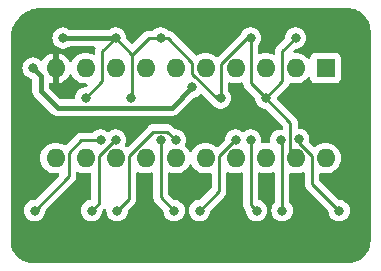
<source format=gbr>
%TF.GenerationSoftware,KiCad,Pcbnew,7.0.5*%
%TF.CreationDate,2024-08-16T02:05:39-04:00*%
%TF.ProjectId,74ls245_high_current_attempt_2,37346c73-3234-4355-9f68-6967685f6375,rev?*%
%TF.SameCoordinates,Original*%
%TF.FileFunction,Copper,L2,Bot*%
%TF.FilePolarity,Positive*%
%FSLAX46Y46*%
G04 Gerber Fmt 4.6, Leading zero omitted, Abs format (unit mm)*
G04 Created by KiCad (PCBNEW 7.0.5) date 2024-08-16 02:05:39*
%MOMM*%
%LPD*%
G01*
G04 APERTURE LIST*
%TA.AperFunction,ComponentPad*%
%ADD10R,1.600000X1.600000*%
%TD*%
%TA.AperFunction,ComponentPad*%
%ADD11O,1.600000X1.600000*%
%TD*%
%TA.AperFunction,ViaPad*%
%ADD12C,0.800000*%
%TD*%
%TA.AperFunction,Conductor*%
%ADD13C,0.400000*%
%TD*%
%TA.AperFunction,Conductor*%
%ADD14C,0.250000*%
%TD*%
G04 APERTURE END LIST*
D10*
%TO.P,U1,1,A->B*%
%TO.N,unconnected-(U1-A->B-Pad1)*%
X73660000Y-25400000D03*
D11*
%TO.P,U1,2,A0*%
%TO.N,/in_0*%
X71120000Y-25400000D03*
%TO.P,U1,3,A1*%
%TO.N,/in_1*%
X68580000Y-25400000D03*
%TO.P,U1,4,A2*%
%TO.N,/in_2*%
X66040000Y-25400000D03*
%TO.P,U1,5,A3*%
%TO.N,/in_3*%
X63500000Y-25400000D03*
%TO.P,U1,6,A4*%
%TO.N,/in_4*%
X60960000Y-25400000D03*
%TO.P,U1,7,A5*%
%TO.N,/in_5*%
X58420000Y-25400000D03*
%TO.P,U1,8,A6*%
%TO.N,/in_6*%
X55880000Y-25400000D03*
%TO.P,U1,9,A7*%
%TO.N,/in_7*%
X53340000Y-25400000D03*
%TO.P,U1,10,GND*%
%TO.N,GND*%
X50800000Y-25400000D03*
%TO.P,U1,11,B7*%
%TO.N,/out_7*%
X50800000Y-33020000D03*
%TO.P,U1,12,B6*%
%TO.N,/out_6*%
X53340000Y-33020000D03*
%TO.P,U1,13,B5*%
%TO.N,/out_5*%
X55880000Y-33020000D03*
%TO.P,U1,14,B4*%
%TO.N,/out_4*%
X58420000Y-33020000D03*
%TO.P,U1,15,B3*%
%TO.N,/out_3*%
X60960000Y-33020000D03*
%TO.P,U1,16,B2*%
%TO.N,/out_2*%
X63500000Y-33020000D03*
%TO.P,U1,17,B1*%
%TO.N,/out_1*%
X66040000Y-33020000D03*
%TO.P,U1,18,B0*%
%TO.N,/out_0*%
X68580000Y-33020000D03*
%TO.P,U1,19,CE*%
%TO.N,/BUFFER_OE*%
X71120000Y-33020000D03*
%TO.P,U1,20,VCC*%
%TO.N,+5V*%
X73660000Y-33020000D03*
%TD*%
D12*
%TO.N,Net-(D2-A)*%
X48895000Y-25400000D03*
%TO.N,/BUFFER_OE*%
X51435000Y-22860000D03*
%TO.N,Net-(D2-A)*%
X62392805Y-27012372D03*
%TO.N,/BUFFER_OE*%
X71120000Y-22860000D03*
X68580000Y-27940000D03*
X67310000Y-22860000D03*
X64770000Y-27940000D03*
X59690000Y-22860000D03*
X55880000Y-22860000D03*
X53340000Y-27940000D03*
X57150000Y-27940000D03*
%TO.N,Net-(Q1A-G)*%
X49022000Y-37465000D03*
%TO.N,Net-(Q1B-G)*%
X53848000Y-37465000D03*
%TO.N,Net-(Q4B-G)*%
X74803000Y-37465000D03*
%TO.N,Net-(Q4A-G)*%
X69977000Y-37465000D03*
%TO.N,Net-(Q3B-G)*%
X67818000Y-37465000D03*
%TO.N,Net-(Q3A-G)*%
X62992000Y-37465000D03*
%TO.N,Net-(Q2A-G)*%
X56007000Y-37465000D03*
%TO.N,Net-(Q2B-G)*%
X60833000Y-37465000D03*
%TO.N,Net-(Q4B-G)*%
X71394595Y-31420172D03*
%TO.N,Net-(Q4A-G)*%
X69850000Y-31519500D03*
%TO.N,Net-(Q3B-G)*%
X67310000Y-31496000D03*
%TO.N,Net-(Q3A-G)*%
X66040000Y-31496000D03*
%TO.N,Net-(Q2A-G)*%
X60960000Y-31496000D03*
%TO.N,Net-(Q2B-G)*%
X59690000Y-31496000D03*
%TO.N,Net-(Q1B-G)*%
X55880000Y-31496000D03*
%TO.N,Net-(Q1A-G)*%
X54610000Y-31496000D03*
%TD*%
D13*
%TO.N,Net-(D2-A)*%
X49530000Y-27305000D02*
X50965000Y-28740000D01*
X49530000Y-26035000D02*
X49530000Y-27305000D01*
X60665177Y-28740000D02*
X62392805Y-27012372D01*
X48895000Y-25400000D02*
X49530000Y-26035000D01*
X50965000Y-28740000D02*
X60665177Y-28740000D01*
%TO.N,/BUFFER_OE*%
X51435000Y-22860000D02*
X55880000Y-22860000D01*
D14*
X59690000Y-22860000D02*
X60300991Y-22860000D01*
X60300991Y-22860000D02*
X62375000Y-24934009D01*
X62375000Y-24934009D02*
X62375000Y-25865991D01*
X62375000Y-25865991D02*
X64449009Y-27940000D01*
X64449009Y-27940000D02*
X64770000Y-27940000D01*
X70669595Y-30029595D02*
X68580000Y-27940000D01*
X70669595Y-32569595D02*
X70669595Y-30029595D01*
X71120000Y-33020000D02*
X70669595Y-32569595D01*
%TO.N,Net-(Q4A-G)*%
X69850000Y-31519500D02*
X69977000Y-31646500D01*
X69977000Y-31646500D02*
X69977000Y-37465000D01*
%TO.N,Net-(Q4B-G)*%
X72517000Y-35179000D02*
X74803000Y-37465000D01*
X71394595Y-31703604D02*
X72517000Y-32826009D01*
X71394595Y-31420172D02*
X71394595Y-31703604D01*
X72517000Y-32826009D02*
X72517000Y-35179000D01*
%TO.N,/BUFFER_OE*%
X69995000Y-23985000D02*
X71120000Y-22860000D01*
X69995000Y-26525000D02*
X69995000Y-23985000D01*
X68580000Y-27940000D02*
X69995000Y-26525000D01*
X67310000Y-26670000D02*
X68580000Y-27940000D01*
X67310000Y-22860000D02*
X67310000Y-26670000D01*
X64770000Y-27940000D02*
X64770000Y-25079009D01*
X64770000Y-25079009D02*
X66989009Y-22860000D01*
X66989009Y-22860000D02*
X67310000Y-22860000D01*
X58710000Y-22860000D02*
X59690000Y-22860000D01*
X57295000Y-24275000D02*
X58710000Y-22860000D01*
X57295000Y-24275000D02*
X57295000Y-27795000D01*
X55880000Y-22860000D02*
X57295000Y-24275000D01*
X57295000Y-27795000D02*
X57150000Y-27940000D01*
X54755000Y-23985000D02*
X55880000Y-22860000D01*
X54755000Y-26525000D02*
X54755000Y-23985000D01*
X53340000Y-27940000D02*
X54755000Y-26525000D01*
%TO.N,Net-(Q1A-G)*%
X51925000Y-34562000D02*
X49022000Y-37465000D01*
X52983009Y-31496000D02*
X51925000Y-32554009D01*
X51925000Y-32554009D02*
X51925000Y-34562000D01*
X54610000Y-31496000D02*
X52983009Y-31496000D01*
%TO.N,Net-(Q1B-G)*%
X54465000Y-32844009D02*
X54465000Y-36848000D01*
X55813009Y-31496000D02*
X54465000Y-32844009D01*
X55880000Y-31496000D02*
X55813009Y-31496000D01*
X54465000Y-36848000D02*
X53848000Y-37465000D01*
%TO.N,Net-(Q2A-G)*%
X57023000Y-32826009D02*
X57023000Y-36449000D01*
X60235000Y-30771000D02*
X59078009Y-30771000D01*
X57023000Y-36449000D02*
X56007000Y-37465000D01*
X60960000Y-31496000D02*
X60235000Y-30771000D01*
X59078009Y-30771000D02*
X57023000Y-32826009D01*
%TO.N,Net-(Q2B-G)*%
X59690000Y-36322000D02*
X60833000Y-37465000D01*
X59690000Y-31496000D02*
X59690000Y-36322000D01*
%TO.N,Net-(Q3A-G)*%
X64643000Y-35814000D02*
X62992000Y-37465000D01*
X64643000Y-32826009D02*
X64643000Y-35814000D01*
X65973009Y-31496000D02*
X64643000Y-32826009D01*
X66040000Y-31496000D02*
X65973009Y-31496000D01*
%TO.N,Net-(Q3B-G)*%
X67310000Y-31496000D02*
X67310000Y-36957000D01*
X67310000Y-36957000D02*
X67818000Y-37465000D01*
%TD*%
%TA.AperFunction,Conductor*%
%TO.N,GND*%
G36*
X51050000Y-26678872D02*
G01*
X51246317Y-26626269D01*
X51246326Y-26626265D01*
X51452482Y-26530134D01*
X51638820Y-26399657D01*
X51799657Y-26238820D01*
X51930132Y-26052484D01*
X51957341Y-25994134D01*
X52003513Y-25941695D01*
X52070707Y-25922542D01*
X52137588Y-25942757D01*
X52182106Y-25994133D01*
X52209431Y-26052732D01*
X52209432Y-26052734D01*
X52339954Y-26239141D01*
X52500858Y-26400045D01*
X52500861Y-26400047D01*
X52687266Y-26530568D01*
X52893504Y-26626739D01*
X53113308Y-26685635D01*
X53275230Y-26699801D01*
X53339998Y-26705468D01*
X53339999Y-26705468D01*
X53339999Y-26705467D01*
X53340000Y-26705468D01*
X53384101Y-26701609D01*
X53452599Y-26715375D01*
X53502783Y-26763989D01*
X53518717Y-26832018D01*
X53495343Y-26897861D01*
X53482590Y-26912817D01*
X53392229Y-27003180D01*
X53330906Y-27036666D01*
X53304547Y-27039500D01*
X53245354Y-27039500D01*
X53212897Y-27046398D01*
X53060197Y-27078855D01*
X53060192Y-27078857D01*
X52887270Y-27155848D01*
X52887265Y-27155851D01*
X52734129Y-27267111D01*
X52607466Y-27407785D01*
X52512821Y-27571715D01*
X52512818Y-27571722D01*
X52464024Y-27721896D01*
X52454326Y-27751744D01*
X52436525Y-27921115D01*
X52435753Y-27928462D01*
X52409168Y-27993076D01*
X52351871Y-28033061D01*
X52312432Y-28039500D01*
X51306519Y-28039500D01*
X51239480Y-28019815D01*
X51218838Y-28003181D01*
X50266819Y-27051162D01*
X50233334Y-26989839D01*
X50230500Y-26963481D01*
X50230500Y-26754862D01*
X50250185Y-26687823D01*
X50302989Y-26642068D01*
X50372147Y-26632124D01*
X50386594Y-26635087D01*
X50549999Y-26678871D01*
X50550000Y-26678871D01*
X50550000Y-25715686D01*
X50561955Y-25727641D01*
X50674852Y-25785165D01*
X50768519Y-25800000D01*
X50831481Y-25800000D01*
X50925148Y-25785165D01*
X51038045Y-25727641D01*
X51049999Y-25715686D01*
X51050000Y-26678872D01*
G37*
%TD.AperFunction*%
%TA.AperFunction,Conductor*%
G36*
X75567019Y-20320633D02*
G01*
X75616017Y-20323843D01*
X75648706Y-20325986D01*
X75817489Y-20338058D01*
X75825112Y-20339085D01*
X75937215Y-20361384D01*
X76072945Y-20390910D01*
X76079675Y-20392778D01*
X76193010Y-20431250D01*
X76194691Y-20431849D01*
X76318792Y-20478136D01*
X76324520Y-20480610D01*
X76433961Y-20534581D01*
X76436192Y-20535739D01*
X76550397Y-20598100D01*
X76555126Y-20600963D01*
X76657504Y-20669369D01*
X76660167Y-20671255D01*
X76763527Y-20748629D01*
X76767217Y-20751620D01*
X76860116Y-20833090D01*
X76863062Y-20835849D01*
X76954148Y-20926935D01*
X76956905Y-20929878D01*
X77038374Y-21022777D01*
X77041375Y-21026478D01*
X77109918Y-21118041D01*
X77118730Y-21129812D01*
X77120648Y-21132522D01*
X77189035Y-21234872D01*
X77191901Y-21239606D01*
X77254241Y-21353772D01*
X77255431Y-21356064D01*
X77309383Y-21465467D01*
X77311870Y-21471226D01*
X77358145Y-21595297D01*
X77358764Y-21597034D01*
X77397217Y-21710314D01*
X77399092Y-21717069D01*
X77428617Y-21852794D01*
X77450909Y-21964860D01*
X77451944Y-21972541D01*
X77464022Y-22141436D01*
X77467017Y-22187112D01*
X77468283Y-22206439D01*
X77469367Y-22222964D01*
X77469500Y-22227021D01*
X77469500Y-40002978D01*
X77469367Y-40007035D01*
X77464022Y-40088562D01*
X77451944Y-40257457D01*
X77450909Y-40265138D01*
X77428617Y-40377204D01*
X77399092Y-40512929D01*
X77397217Y-40519684D01*
X77358764Y-40632964D01*
X77358145Y-40634701D01*
X77311870Y-40758772D01*
X77309383Y-40764531D01*
X77255431Y-40873934D01*
X77254241Y-40876226D01*
X77191901Y-40990392D01*
X77189035Y-40995126D01*
X77120648Y-41097476D01*
X77118730Y-41100186D01*
X77041383Y-41203510D01*
X77038362Y-41207236D01*
X76956908Y-41300116D01*
X76954134Y-41303078D01*
X76863078Y-41394134D01*
X76860116Y-41396908D01*
X76767236Y-41478362D01*
X76763510Y-41481383D01*
X76660186Y-41558730D01*
X76657476Y-41560648D01*
X76555126Y-41629035D01*
X76550392Y-41631901D01*
X76436226Y-41694241D01*
X76433934Y-41695431D01*
X76324531Y-41749383D01*
X76318772Y-41751870D01*
X76194701Y-41798145D01*
X76192964Y-41798764D01*
X76079684Y-41837217D01*
X76072929Y-41839092D01*
X75937204Y-41868617D01*
X75825138Y-41890909D01*
X75817457Y-41891944D01*
X75648562Y-41904022D01*
X75587343Y-41908035D01*
X75567023Y-41909367D01*
X75562978Y-41909500D01*
X48897022Y-41909500D01*
X48892975Y-41909367D01*
X48873676Y-41908102D01*
X48811436Y-41904022D01*
X48649939Y-41892473D01*
X48642539Y-41891943D01*
X48634860Y-41890909D01*
X48522794Y-41868617D01*
X48387069Y-41839092D01*
X48380314Y-41837217D01*
X48267034Y-41798764D01*
X48265297Y-41798145D01*
X48141226Y-41751870D01*
X48135467Y-41749383D01*
X48026064Y-41695431D01*
X48023772Y-41694241D01*
X47909606Y-41631901D01*
X47904872Y-41629035D01*
X47842784Y-41587550D01*
X47802510Y-41560639D01*
X47799812Y-41558730D01*
X47696478Y-41481375D01*
X47692777Y-41478374D01*
X47599878Y-41396905D01*
X47596935Y-41394148D01*
X47505849Y-41303062D01*
X47503090Y-41300116D01*
X47421620Y-41207217D01*
X47418629Y-41203527D01*
X47341255Y-41100167D01*
X47339369Y-41097504D01*
X47270963Y-40995126D01*
X47268097Y-40990392D01*
X47205739Y-40876192D01*
X47204581Y-40873961D01*
X47150610Y-40764520D01*
X47148136Y-40758792D01*
X47101849Y-40634691D01*
X47101250Y-40633010D01*
X47062778Y-40519675D01*
X47060910Y-40512945D01*
X47031382Y-40377204D01*
X47009085Y-40265112D01*
X47008058Y-40257489D01*
X46995981Y-40088632D01*
X46995976Y-40088562D01*
X46993962Y-40057826D01*
X46990633Y-40007018D01*
X46990500Y-40002963D01*
X46990500Y-25400000D01*
X47989540Y-25400000D01*
X48009326Y-25588256D01*
X48009327Y-25588259D01*
X48067818Y-25768277D01*
X48067821Y-25768284D01*
X48162467Y-25932216D01*
X48270982Y-26052734D01*
X48289129Y-26072888D01*
X48442265Y-26184148D01*
X48442270Y-26184151D01*
X48615192Y-26261142D01*
X48615193Y-26261142D01*
X48615197Y-26261144D01*
X48729436Y-26285426D01*
X48731280Y-26285818D01*
X48792762Y-26319010D01*
X48826539Y-26380173D01*
X48829500Y-26407108D01*
X48829500Y-27281951D01*
X48829387Y-27285696D01*
X48825642Y-27347603D01*
X48825642Y-27347605D01*
X48836821Y-27408612D01*
X48837384Y-27412313D01*
X48844859Y-27473870D01*
X48844860Y-27473874D01*
X48848451Y-27483343D01*
X48854474Y-27504946D01*
X48856304Y-27514930D01*
X48881759Y-27571490D01*
X48883189Y-27574941D01*
X48905182Y-27632930D01*
X48905183Y-27632931D01*
X48910936Y-27641266D01*
X48921961Y-27660813D01*
X48926120Y-27670055D01*
X48926124Y-27670060D01*
X48964371Y-27718878D01*
X48966591Y-27721896D01*
X49001812Y-27772924D01*
X49001816Y-27772928D01*
X49001817Y-27772929D01*
X49048250Y-27814064D01*
X49050941Y-27816598D01*
X50453399Y-29219056D01*
X50455935Y-29221750D01*
X50497071Y-29268183D01*
X50528431Y-29289829D01*
X50548110Y-29303413D01*
X50551127Y-29305633D01*
X50599938Y-29343874D01*
X50599943Y-29343877D01*
X50609174Y-29348031D01*
X50628727Y-29359059D01*
X50637070Y-29364818D01*
X50695044Y-29386804D01*
X50695057Y-29386809D01*
X50698508Y-29388238D01*
X50728093Y-29401553D01*
X50755063Y-29413692D01*
X50755064Y-29413692D01*
X50755068Y-29413694D01*
X50765030Y-29415519D01*
X50786651Y-29421546D01*
X50786667Y-29421552D01*
X50796128Y-29425140D01*
X50812871Y-29427173D01*
X50857689Y-29432615D01*
X50861386Y-29433177D01*
X50922394Y-29444357D01*
X50922395Y-29444356D01*
X50922396Y-29444357D01*
X50984292Y-29440613D01*
X50988036Y-29440500D01*
X60642129Y-29440500D01*
X60645874Y-29440613D01*
X60653219Y-29441057D01*
X60707783Y-29444358D01*
X60745491Y-29437447D01*
X60768798Y-29433177D01*
X60772502Y-29432613D01*
X60790347Y-29430446D01*
X60834049Y-29425140D01*
X60843512Y-29421550D01*
X60865138Y-29415522D01*
X60866070Y-29415351D01*
X60875109Y-29413695D01*
X60931689Y-29388229D01*
X60935119Y-29386809D01*
X60993107Y-29364818D01*
X61001443Y-29359062D01*
X61020998Y-29348034D01*
X61030234Y-29343878D01*
X61079073Y-29305613D01*
X61082053Y-29303421D01*
X61133106Y-29268183D01*
X61174242Y-29221748D01*
X61176776Y-29219056D01*
X62455780Y-27940053D01*
X62517101Y-27906570D01*
X62517167Y-27906555D01*
X62672608Y-27873516D01*
X62672612Y-27873514D01*
X62672613Y-27873514D01*
X62800408Y-27816615D01*
X62845535Y-27796523D01*
X62998676Y-27685260D01*
X63058595Y-27618712D01*
X63118079Y-27582066D01*
X63187936Y-27583395D01*
X63238424Y-27614005D01*
X63945097Y-28320678D01*
X63964803Y-28346359D01*
X64037465Y-28472214D01*
X64164129Y-28612888D01*
X64317265Y-28724148D01*
X64317270Y-28724151D01*
X64490192Y-28801142D01*
X64490197Y-28801144D01*
X64675354Y-28840500D01*
X64675355Y-28840500D01*
X64864644Y-28840500D01*
X64864646Y-28840500D01*
X65049803Y-28801144D01*
X65222730Y-28724151D01*
X65375871Y-28612888D01*
X65502533Y-28472216D01*
X65597179Y-28308284D01*
X65655674Y-28128256D01*
X65675460Y-27940000D01*
X65655674Y-27751744D01*
X65597179Y-27571716D01*
X65502533Y-27407784D01*
X65427348Y-27324283D01*
X65397119Y-27261293D01*
X65395500Y-27241324D01*
X65395499Y-26729047D01*
X65415185Y-26662008D01*
X65467989Y-26616254D01*
X65537147Y-26606310D01*
X65571905Y-26616667D01*
X65593504Y-26626739D01*
X65813308Y-26685635D01*
X65975230Y-26699801D01*
X66039998Y-26705468D01*
X66040000Y-26705468D01*
X66040002Y-26705468D01*
X66096807Y-26700498D01*
X66266692Y-26685635D01*
X66486496Y-26626739D01*
X66509515Y-26616004D01*
X66578590Y-26605513D01*
X66642375Y-26634032D01*
X66680615Y-26692508D01*
X66684950Y-26712911D01*
X66685372Y-26716271D01*
X66685826Y-26722063D01*
X66687290Y-26768624D01*
X66687291Y-26768627D01*
X66692880Y-26787867D01*
X66696824Y-26806911D01*
X66699336Y-26826792D01*
X66716235Y-26869474D01*
X66716490Y-26870119D01*
X66718382Y-26875647D01*
X66729181Y-26912817D01*
X66731382Y-26920390D01*
X66739431Y-26934001D01*
X66741580Y-26937634D01*
X66750138Y-26955103D01*
X66757514Y-26973732D01*
X66784898Y-27011423D01*
X66788106Y-27016307D01*
X66811827Y-27056416D01*
X66811833Y-27056424D01*
X66825990Y-27070580D01*
X66838628Y-27085376D01*
X66850405Y-27101586D01*
X66850406Y-27101587D01*
X66886309Y-27131288D01*
X66890620Y-27135210D01*
X67474287Y-27718878D01*
X67641038Y-27885629D01*
X67674523Y-27946952D01*
X67676678Y-27960348D01*
X67680118Y-27993076D01*
X67694326Y-28128256D01*
X67694327Y-28128259D01*
X67752818Y-28308277D01*
X67752821Y-28308284D01*
X67847467Y-28472216D01*
X67974129Y-28612887D01*
X67974129Y-28612888D01*
X68127265Y-28724148D01*
X68127270Y-28724151D01*
X68300192Y-28801142D01*
X68300197Y-28801144D01*
X68485354Y-28840500D01*
X68544548Y-28840500D01*
X68611587Y-28860185D01*
X68632229Y-28876819D01*
X70007776Y-30252366D01*
X70041261Y-30313689D01*
X70044095Y-30340047D01*
X70044095Y-30495000D01*
X70024410Y-30562039D01*
X69971606Y-30607794D01*
X69920095Y-30619000D01*
X69755354Y-30619000D01*
X69722897Y-30625898D01*
X69570197Y-30658355D01*
X69570192Y-30658357D01*
X69397270Y-30735348D01*
X69397265Y-30735351D01*
X69244129Y-30846611D01*
X69117466Y-30987285D01*
X69022821Y-31151215D01*
X69022818Y-31151222D01*
X68964327Y-31331240D01*
X68964326Y-31331244D01*
X68947010Y-31495999D01*
X68944540Y-31519500D01*
X68952952Y-31599536D01*
X68940382Y-31668266D01*
X68892650Y-31719289D01*
X68824910Y-31736407D01*
X68808100Y-31734613D01*
X68806695Y-31734365D01*
X68580002Y-31714532D01*
X68579998Y-31714532D01*
X68353301Y-31734365D01*
X68349373Y-31735058D01*
X68279934Y-31727307D01*
X68225709Y-31683246D01*
X68203914Y-31616862D01*
X68204530Y-31599988D01*
X68215460Y-31496000D01*
X68195674Y-31307744D01*
X68137179Y-31127716D01*
X68042533Y-30963784D01*
X67915871Y-30823112D01*
X67915870Y-30823111D01*
X67762734Y-30711851D01*
X67762729Y-30711848D01*
X67589807Y-30634857D01*
X67589802Y-30634855D01*
X67444001Y-30603865D01*
X67404646Y-30595500D01*
X67215354Y-30595500D01*
X67182897Y-30602398D01*
X67030197Y-30634855D01*
X67030192Y-30634857D01*
X66857270Y-30711848D01*
X66857265Y-30711851D01*
X66747885Y-30791321D01*
X66682079Y-30814801D01*
X66614025Y-30798975D01*
X66602115Y-30791321D01*
X66492734Y-30711851D01*
X66492729Y-30711848D01*
X66319807Y-30634857D01*
X66319802Y-30634855D01*
X66174001Y-30603865D01*
X66134646Y-30595500D01*
X65945354Y-30595500D01*
X65912897Y-30602398D01*
X65760197Y-30634855D01*
X65760192Y-30634857D01*
X65587270Y-30711848D01*
X65587265Y-30711851D01*
X65434129Y-30823111D01*
X65307466Y-30963785D01*
X65212821Y-31127715D01*
X65212818Y-31127722D01*
X65154327Y-31307739D01*
X65154327Y-31307740D01*
X65154326Y-31307744D01*
X65151856Y-31331244D01*
X65144546Y-31400792D01*
X65117961Y-31465406D01*
X65108906Y-31475510D01*
X64539483Y-32044934D01*
X64478160Y-32078419D01*
X64408469Y-32073435D01*
X64364121Y-32044934D01*
X64339141Y-32019954D01*
X64152734Y-31889432D01*
X64152732Y-31889431D01*
X63946497Y-31793261D01*
X63946488Y-31793258D01*
X63726697Y-31734366D01*
X63726693Y-31734365D01*
X63726692Y-31734365D01*
X63726691Y-31734364D01*
X63726686Y-31734364D01*
X63500002Y-31714532D01*
X63499998Y-31714532D01*
X63273313Y-31734364D01*
X63273302Y-31734366D01*
X63053511Y-31793258D01*
X63053502Y-31793261D01*
X62847267Y-31889431D01*
X62847265Y-31889432D01*
X62660858Y-32019954D01*
X62499954Y-32180858D01*
X62369432Y-32367265D01*
X62369431Y-32367267D01*
X62342382Y-32425275D01*
X62296209Y-32477714D01*
X62229016Y-32496866D01*
X62162135Y-32476650D01*
X62117618Y-32425275D01*
X62090568Y-32367267D01*
X62090567Y-32367265D01*
X61960045Y-32180858D01*
X61801858Y-32022671D01*
X61768373Y-31961348D01*
X61773357Y-31891656D01*
X61782153Y-31872989D01*
X61787179Y-31864284D01*
X61845674Y-31684256D01*
X61865460Y-31496000D01*
X61845674Y-31307744D01*
X61787179Y-31127716D01*
X61692533Y-30963784D01*
X61565871Y-30823112D01*
X61565870Y-30823111D01*
X61412734Y-30711851D01*
X61412729Y-30711848D01*
X61239807Y-30634857D01*
X61239802Y-30634855D01*
X61094001Y-30603865D01*
X61054646Y-30595500D01*
X61054645Y-30595500D01*
X60995453Y-30595500D01*
X60928414Y-30575815D01*
X60907772Y-30559181D01*
X60735803Y-30387212D01*
X60725980Y-30374950D01*
X60725759Y-30375134D01*
X60720786Y-30369122D01*
X60671066Y-30322432D01*
X60669666Y-30321075D01*
X60649476Y-30300884D01*
X60643986Y-30296625D01*
X60639561Y-30292847D01*
X60605582Y-30260938D01*
X60605580Y-30260936D01*
X60605577Y-30260935D01*
X60588029Y-30251288D01*
X60571763Y-30240604D01*
X60555933Y-30228325D01*
X60513168Y-30209818D01*
X60507922Y-30207248D01*
X60467093Y-30184803D01*
X60467092Y-30184802D01*
X60447693Y-30179822D01*
X60429281Y-30173518D01*
X60410898Y-30165562D01*
X60410892Y-30165560D01*
X60364874Y-30158272D01*
X60359152Y-30157087D01*
X60314021Y-30145500D01*
X60314019Y-30145500D01*
X60293984Y-30145500D01*
X60274586Y-30143973D01*
X60267162Y-30142797D01*
X60254805Y-30140840D01*
X60254804Y-30140840D01*
X60208416Y-30145225D01*
X60202578Y-30145500D01*
X59160752Y-30145500D01*
X59145131Y-30143775D01*
X59145104Y-30144061D01*
X59137342Y-30143326D01*
X59069149Y-30145469D01*
X59067202Y-30145500D01*
X59038658Y-30145500D01*
X59031787Y-30146367D01*
X59025968Y-30146825D01*
X58979383Y-30148289D01*
X58979377Y-30148290D01*
X58960135Y-30153880D01*
X58941096Y-30157823D01*
X58921226Y-30160334D01*
X58921212Y-30160337D01*
X58877892Y-30177488D01*
X58872367Y-30179380D01*
X58827622Y-30192380D01*
X58827619Y-30192381D01*
X58810375Y-30202579D01*
X58792914Y-30211133D01*
X58774283Y-30218510D01*
X58774271Y-30218517D01*
X58736579Y-30245902D01*
X58731696Y-30249109D01*
X58691589Y-30272829D01*
X58677423Y-30286995D01*
X58662633Y-30299627D01*
X58646423Y-30311404D01*
X58646420Y-30311407D01*
X58616719Y-30347309D01*
X58612786Y-30351631D01*
X56919483Y-32044934D01*
X56858160Y-32078419D01*
X56788468Y-32073435D01*
X56744121Y-32044934D01*
X56721858Y-32022671D01*
X56688373Y-31961348D01*
X56693357Y-31891656D01*
X56702153Y-31872989D01*
X56707179Y-31864284D01*
X56765674Y-31684256D01*
X56785460Y-31496000D01*
X56765674Y-31307744D01*
X56707179Y-31127716D01*
X56612533Y-30963784D01*
X56485871Y-30823112D01*
X56485870Y-30823111D01*
X56332734Y-30711851D01*
X56332729Y-30711848D01*
X56159807Y-30634857D01*
X56159802Y-30634855D01*
X56014000Y-30603865D01*
X55974646Y-30595500D01*
X55785354Y-30595500D01*
X55752897Y-30602398D01*
X55600197Y-30634855D01*
X55600192Y-30634857D01*
X55427270Y-30711848D01*
X55427265Y-30711851D01*
X55317885Y-30791321D01*
X55252079Y-30814801D01*
X55184025Y-30798975D01*
X55172115Y-30791321D01*
X55062734Y-30711851D01*
X55062729Y-30711848D01*
X54889807Y-30634857D01*
X54889802Y-30634855D01*
X54744000Y-30603865D01*
X54704646Y-30595500D01*
X54515354Y-30595500D01*
X54482897Y-30602398D01*
X54330197Y-30634855D01*
X54330192Y-30634857D01*
X54157270Y-30711848D01*
X54157265Y-30711851D01*
X54004130Y-30823110D01*
X54004126Y-30823114D01*
X53998400Y-30829474D01*
X53938913Y-30866121D01*
X53906252Y-30870500D01*
X53065752Y-30870500D01*
X53050131Y-30868775D01*
X53050104Y-30869061D01*
X53042342Y-30868326D01*
X52974149Y-30870469D01*
X52972202Y-30870500D01*
X52943658Y-30870500D01*
X52936787Y-30871367D01*
X52930968Y-30871825D01*
X52884383Y-30873289D01*
X52884377Y-30873290D01*
X52865135Y-30878880D01*
X52846096Y-30882823D01*
X52826226Y-30885334D01*
X52826212Y-30885337D01*
X52782892Y-30902488D01*
X52777367Y-30904380D01*
X52732622Y-30917380D01*
X52732619Y-30917381D01*
X52715375Y-30927579D01*
X52697914Y-30936133D01*
X52679283Y-30943510D01*
X52679271Y-30943517D01*
X52641579Y-30970902D01*
X52636696Y-30974109D01*
X52596589Y-30997829D01*
X52582423Y-31011995D01*
X52567633Y-31024627D01*
X52551423Y-31036404D01*
X52551420Y-31036407D01*
X52521719Y-31072309D01*
X52517786Y-31076631D01*
X51674672Y-31919745D01*
X51613349Y-31953230D01*
X51543657Y-31948246D01*
X51515870Y-31933640D01*
X51452734Y-31889432D01*
X51398809Y-31864286D01*
X51246497Y-31793261D01*
X51246488Y-31793258D01*
X51026697Y-31734366D01*
X51026693Y-31734365D01*
X51026692Y-31734365D01*
X51026691Y-31734364D01*
X51026686Y-31734364D01*
X50800002Y-31714532D01*
X50799998Y-31714532D01*
X50573313Y-31734364D01*
X50573302Y-31734366D01*
X50353511Y-31793258D01*
X50353502Y-31793261D01*
X50147267Y-31889431D01*
X50147265Y-31889432D01*
X49960858Y-32019954D01*
X49799954Y-32180858D01*
X49669432Y-32367265D01*
X49669431Y-32367267D01*
X49573261Y-32573502D01*
X49573258Y-32573511D01*
X49514366Y-32793302D01*
X49514364Y-32793313D01*
X49494532Y-33019998D01*
X49494532Y-33020001D01*
X49514364Y-33246686D01*
X49514366Y-33246697D01*
X49573258Y-33466488D01*
X49573261Y-33466497D01*
X49669431Y-33672732D01*
X49669432Y-33672734D01*
X49799954Y-33859141D01*
X49960858Y-34020045D01*
X49960861Y-34020047D01*
X50147266Y-34150568D01*
X50353504Y-34246739D01*
X50573308Y-34305635D01*
X50735230Y-34319801D01*
X50799998Y-34325468D01*
X50800000Y-34325468D01*
X50800001Y-34325468D01*
X50838955Y-34322059D01*
X50983278Y-34309433D01*
X51051777Y-34323200D01*
X51101960Y-34371815D01*
X51117894Y-34439843D01*
X51094519Y-34505687D01*
X51081766Y-34520642D01*
X49074228Y-36528181D01*
X49012905Y-36561666D01*
X48986547Y-36564500D01*
X48927354Y-36564500D01*
X48894897Y-36571398D01*
X48742197Y-36603855D01*
X48742192Y-36603857D01*
X48569270Y-36680848D01*
X48569265Y-36680851D01*
X48416129Y-36792111D01*
X48289466Y-36932785D01*
X48194821Y-37096715D01*
X48194818Y-37096722D01*
X48136327Y-37276740D01*
X48136326Y-37276744D01*
X48116540Y-37465000D01*
X48136326Y-37653256D01*
X48136327Y-37653259D01*
X48194818Y-37833277D01*
X48194821Y-37833284D01*
X48289467Y-37997216D01*
X48416128Y-38137888D01*
X48416129Y-38137888D01*
X48569265Y-38249148D01*
X48569270Y-38249151D01*
X48742192Y-38326142D01*
X48742197Y-38326144D01*
X48927354Y-38365500D01*
X48927355Y-38365500D01*
X49116644Y-38365500D01*
X49116646Y-38365500D01*
X49301803Y-38326144D01*
X49474730Y-38249151D01*
X49627871Y-38137888D01*
X49754533Y-37997216D01*
X49849179Y-37833284D01*
X49907674Y-37653256D01*
X49925321Y-37485344D01*
X49951904Y-37420734D01*
X49960951Y-37410638D01*
X52308788Y-35062801D01*
X52321042Y-35052986D01*
X52320859Y-35052764D01*
X52326868Y-35047791D01*
X52326877Y-35047786D01*
X52373607Y-34998022D01*
X52374846Y-34996743D01*
X52395120Y-34976471D01*
X52399379Y-34970978D01*
X52403152Y-34966561D01*
X52435062Y-34932582D01*
X52444715Y-34915020D01*
X52455389Y-34898770D01*
X52467673Y-34882936D01*
X52486180Y-34840167D01*
X52488749Y-34834924D01*
X52511196Y-34794093D01*
X52511197Y-34794092D01*
X52516177Y-34774691D01*
X52522478Y-34756288D01*
X52530438Y-34737896D01*
X52537730Y-34691849D01*
X52538911Y-34686152D01*
X52550500Y-34641019D01*
X52550500Y-34620982D01*
X52552027Y-34601582D01*
X52555160Y-34581804D01*
X52550775Y-34535415D01*
X52550500Y-34529577D01*
X52550500Y-34281434D01*
X52570185Y-34214395D01*
X52622989Y-34168640D01*
X52692147Y-34158696D01*
X52726904Y-34169051D01*
X52893504Y-34246739D01*
X53113308Y-34305635D01*
X53275230Y-34319801D01*
X53339998Y-34325468D01*
X53340000Y-34325468D01*
X53340002Y-34325468D01*
X53396673Y-34320509D01*
X53566692Y-34305635D01*
X53683408Y-34274361D01*
X53753256Y-34276024D01*
X53811119Y-34315186D01*
X53838623Y-34379415D01*
X53839500Y-34394136D01*
X53839500Y-36445776D01*
X53819815Y-36512815D01*
X53767011Y-36558570D01*
X53741281Y-36567066D01*
X53568197Y-36603855D01*
X53568192Y-36603857D01*
X53395270Y-36680848D01*
X53395265Y-36680851D01*
X53242129Y-36792111D01*
X53115466Y-36932785D01*
X53020821Y-37096715D01*
X53020818Y-37096722D01*
X52962327Y-37276740D01*
X52962326Y-37276744D01*
X52942540Y-37465000D01*
X52962326Y-37653256D01*
X52962327Y-37653259D01*
X53020818Y-37833277D01*
X53020821Y-37833284D01*
X53115467Y-37997216D01*
X53242128Y-38137888D01*
X53242129Y-38137888D01*
X53395265Y-38249148D01*
X53395270Y-38249151D01*
X53568192Y-38326142D01*
X53568197Y-38326144D01*
X53753354Y-38365500D01*
X53753355Y-38365500D01*
X53942644Y-38365500D01*
X53942646Y-38365500D01*
X54127803Y-38326144D01*
X54300730Y-38249151D01*
X54453871Y-38137888D01*
X54580533Y-37997216D01*
X54675179Y-37833284D01*
X54733674Y-37653256D01*
X54751321Y-37485345D01*
X54777905Y-37420732D01*
X54786952Y-37410636D01*
X54848786Y-37348802D01*
X54861048Y-37338980D01*
X54860865Y-37338759D01*
X54866871Y-37333789D01*
X54866877Y-37333786D01*
X54894416Y-37304458D01*
X54954653Y-37269065D01*
X55024467Y-37271855D01*
X55081689Y-37311947D01*
X55108153Y-37376611D01*
X55108129Y-37402302D01*
X55106192Y-37420734D01*
X55101540Y-37465000D01*
X55121326Y-37653256D01*
X55121327Y-37653259D01*
X55179818Y-37833277D01*
X55179821Y-37833284D01*
X55274467Y-37997216D01*
X55401129Y-38137888D01*
X55554265Y-38249148D01*
X55554270Y-38249151D01*
X55727192Y-38326142D01*
X55727197Y-38326144D01*
X55912354Y-38365500D01*
X55912355Y-38365500D01*
X56101644Y-38365500D01*
X56101646Y-38365500D01*
X56286803Y-38326144D01*
X56459730Y-38249151D01*
X56612871Y-38137888D01*
X56739533Y-37997216D01*
X56834179Y-37833284D01*
X56892674Y-37653256D01*
X56910321Y-37485344D01*
X56936904Y-37420734D01*
X56945951Y-37410638D01*
X57406788Y-36949801D01*
X57419042Y-36939986D01*
X57418859Y-36939764D01*
X57424868Y-36934791D01*
X57424877Y-36934786D01*
X57471607Y-36885022D01*
X57472846Y-36883743D01*
X57493120Y-36863471D01*
X57497379Y-36857978D01*
X57501152Y-36853561D01*
X57533062Y-36819582D01*
X57542715Y-36802020D01*
X57553389Y-36785770D01*
X57565673Y-36769936D01*
X57584180Y-36727167D01*
X57586749Y-36721924D01*
X57609196Y-36681093D01*
X57609197Y-36681092D01*
X57614177Y-36661691D01*
X57620478Y-36643288D01*
X57628438Y-36624896D01*
X57635730Y-36578849D01*
X57636911Y-36573152D01*
X57637107Y-36572390D01*
X57648500Y-36528019D01*
X57648500Y-36507982D01*
X57650027Y-36488582D01*
X57653160Y-36468803D01*
X57653160Y-36468800D01*
X57650983Y-36445776D01*
X57648772Y-36422394D01*
X57648499Y-36416599D01*
X57648499Y-34289826D01*
X57668184Y-34222788D01*
X57720988Y-34177033D01*
X57790146Y-34167089D01*
X57824902Y-34177444D01*
X57973504Y-34246739D01*
X58193308Y-34305635D01*
X58355230Y-34319801D01*
X58419998Y-34325468D01*
X58420000Y-34325468D01*
X58420002Y-34325468D01*
X58476673Y-34320509D01*
X58646692Y-34305635D01*
X58866496Y-34246739D01*
X58888093Y-34236667D01*
X58957169Y-34226173D01*
X59020954Y-34254691D01*
X59059195Y-34313167D01*
X59064500Y-34349048D01*
X59064500Y-36239255D01*
X59062775Y-36254872D01*
X59063061Y-36254899D01*
X59062326Y-36262666D01*
X59064469Y-36330846D01*
X59064500Y-36332793D01*
X59064500Y-36361343D01*
X59064501Y-36361360D01*
X59065368Y-36368231D01*
X59065826Y-36374050D01*
X59067290Y-36420624D01*
X59067291Y-36420627D01*
X59072880Y-36439867D01*
X59076824Y-36458911D01*
X59079336Y-36478792D01*
X59090893Y-36507983D01*
X59096490Y-36522119D01*
X59098382Y-36527647D01*
X59111381Y-36572388D01*
X59121580Y-36589634D01*
X59130138Y-36607103D01*
X59137514Y-36625732D01*
X59164898Y-36663423D01*
X59168106Y-36668307D01*
X59191827Y-36708416D01*
X59191833Y-36708424D01*
X59205990Y-36722580D01*
X59218628Y-36737376D01*
X59230405Y-36753586D01*
X59230406Y-36753587D01*
X59266309Y-36783288D01*
X59270620Y-36787210D01*
X59744141Y-37260732D01*
X59894038Y-37410629D01*
X59927523Y-37471952D01*
X59929678Y-37485348D01*
X59929950Y-37487932D01*
X59947326Y-37653256D01*
X59947327Y-37653259D01*
X60005818Y-37833277D01*
X60005821Y-37833284D01*
X60100467Y-37997216D01*
X60227129Y-38137888D01*
X60380265Y-38249148D01*
X60380270Y-38249151D01*
X60553192Y-38326142D01*
X60553197Y-38326144D01*
X60738354Y-38365500D01*
X60738355Y-38365500D01*
X60927644Y-38365500D01*
X60927646Y-38365500D01*
X61112803Y-38326144D01*
X61285730Y-38249151D01*
X61438871Y-38137888D01*
X61565533Y-37997216D01*
X61660179Y-37833284D01*
X61718674Y-37653256D01*
X61738460Y-37465000D01*
X61718674Y-37276744D01*
X61660179Y-37096716D01*
X61565533Y-36932784D01*
X61438871Y-36792112D01*
X61438870Y-36792111D01*
X61285734Y-36680851D01*
X61285729Y-36680848D01*
X61112807Y-36603857D01*
X61112802Y-36603855D01*
X60964756Y-36572388D01*
X60927646Y-36564500D01*
X60927645Y-36564500D01*
X60868452Y-36564500D01*
X60801413Y-36544815D01*
X60780771Y-36528181D01*
X60351819Y-36099228D01*
X60318334Y-36037905D01*
X60315500Y-36011547D01*
X60315500Y-34349048D01*
X60335185Y-34282009D01*
X60387989Y-34236254D01*
X60457147Y-34226310D01*
X60491905Y-34236667D01*
X60513504Y-34246739D01*
X60733308Y-34305635D01*
X60895230Y-34319801D01*
X60959998Y-34325468D01*
X60960000Y-34325468D01*
X60960002Y-34325468D01*
X61016673Y-34320509D01*
X61186692Y-34305635D01*
X61406496Y-34246739D01*
X61612734Y-34150568D01*
X61799139Y-34020047D01*
X61960047Y-33859139D01*
X62090568Y-33672734D01*
X62117618Y-33614724D01*
X62163790Y-33562285D01*
X62230983Y-33543133D01*
X62297865Y-33563348D01*
X62342382Y-33614725D01*
X62369429Y-33672728D01*
X62369432Y-33672734D01*
X62499954Y-33859141D01*
X62660858Y-34020045D01*
X62660861Y-34020047D01*
X62847266Y-34150568D01*
X63053504Y-34246739D01*
X63273308Y-34305635D01*
X63435230Y-34319801D01*
X63499998Y-34325468D01*
X63500000Y-34325468D01*
X63500002Y-34325468D01*
X63556673Y-34320509D01*
X63726692Y-34305635D01*
X63861408Y-34269538D01*
X63931256Y-34271201D01*
X63989119Y-34310363D01*
X64016623Y-34374592D01*
X64017500Y-34389313D01*
X64017500Y-35503547D01*
X63997815Y-35570586D01*
X63981181Y-35591228D01*
X63044228Y-36528181D01*
X62982905Y-36561666D01*
X62956547Y-36564500D01*
X62897354Y-36564500D01*
X62864897Y-36571398D01*
X62712197Y-36603855D01*
X62712192Y-36603857D01*
X62539270Y-36680848D01*
X62539265Y-36680851D01*
X62386129Y-36792111D01*
X62259466Y-36932785D01*
X62164821Y-37096715D01*
X62164818Y-37096722D01*
X62106327Y-37276740D01*
X62106326Y-37276744D01*
X62086540Y-37465000D01*
X62106326Y-37653256D01*
X62106327Y-37653259D01*
X62164818Y-37833277D01*
X62164821Y-37833284D01*
X62259467Y-37997216D01*
X62386128Y-38137888D01*
X62386129Y-38137888D01*
X62539265Y-38249148D01*
X62539270Y-38249151D01*
X62712192Y-38326142D01*
X62712197Y-38326144D01*
X62897354Y-38365500D01*
X62897355Y-38365500D01*
X63086644Y-38365500D01*
X63086646Y-38365500D01*
X63271803Y-38326144D01*
X63444730Y-38249151D01*
X63597871Y-38137888D01*
X63724533Y-37997216D01*
X63819179Y-37833284D01*
X63877674Y-37653256D01*
X63895321Y-37485345D01*
X63921905Y-37420732D01*
X63930952Y-37410636D01*
X65026786Y-36314802D01*
X65039048Y-36304980D01*
X65038865Y-36304759D01*
X65044873Y-36299788D01*
X65044877Y-36299786D01*
X65091649Y-36249977D01*
X65092891Y-36248697D01*
X65113120Y-36228470D01*
X65117373Y-36222986D01*
X65121150Y-36218563D01*
X65153062Y-36184582D01*
X65162714Y-36167023D01*
X65173389Y-36150772D01*
X65185674Y-36134936D01*
X65204186Y-36092152D01*
X65206742Y-36086935D01*
X65229197Y-36046092D01*
X65234180Y-36026680D01*
X65240477Y-36008291D01*
X65248438Y-35989895D01*
X65255729Y-35943853D01*
X65256908Y-35938162D01*
X65268500Y-35893019D01*
X65268500Y-35872983D01*
X65270027Y-35853582D01*
X65273160Y-35833804D01*
X65268775Y-35787415D01*
X65268500Y-35781577D01*
X65268500Y-34289827D01*
X65288185Y-34222788D01*
X65340989Y-34177033D01*
X65410147Y-34167089D01*
X65444900Y-34177443D01*
X65593504Y-34246739D01*
X65813308Y-34305635D01*
X65975230Y-34319801D01*
X66039998Y-34325468D01*
X66040000Y-34325468D01*
X66040002Y-34325468D01*
X66096673Y-34320509D01*
X66266692Y-34305635D01*
X66486496Y-34246739D01*
X66508093Y-34236667D01*
X66577169Y-34226173D01*
X66640954Y-34254691D01*
X66679195Y-34313167D01*
X66684500Y-34349048D01*
X66684499Y-36874255D01*
X66682776Y-36889872D01*
X66683061Y-36889899D01*
X66682326Y-36897666D01*
X66684469Y-36965846D01*
X66684500Y-36967793D01*
X66684500Y-36996343D01*
X66684501Y-36996360D01*
X66685368Y-37003231D01*
X66685826Y-37009050D01*
X66687290Y-37055624D01*
X66687291Y-37055627D01*
X66692880Y-37074867D01*
X66696824Y-37093911D01*
X66697179Y-37096715D01*
X66699336Y-37113791D01*
X66716490Y-37157119D01*
X66718382Y-37162647D01*
X66731381Y-37207388D01*
X66741580Y-37224634D01*
X66750138Y-37242103D01*
X66757514Y-37260732D01*
X66784898Y-37298423D01*
X66788106Y-37303307D01*
X66811827Y-37343416D01*
X66811833Y-37343424D01*
X66825990Y-37357580D01*
X66838627Y-37372375D01*
X66850406Y-37388587D01*
X66863383Y-37399322D01*
X66870670Y-37405351D01*
X66909777Y-37463251D01*
X66914950Y-37487932D01*
X66932326Y-37653256D01*
X66932327Y-37653259D01*
X66990818Y-37833277D01*
X66990821Y-37833284D01*
X67085467Y-37997216D01*
X67212129Y-38137888D01*
X67365265Y-38249148D01*
X67365270Y-38249151D01*
X67538192Y-38326142D01*
X67538197Y-38326144D01*
X67723354Y-38365500D01*
X67723355Y-38365500D01*
X67912644Y-38365500D01*
X67912646Y-38365500D01*
X68097803Y-38326144D01*
X68270730Y-38249151D01*
X68423871Y-38137888D01*
X68550533Y-37997216D01*
X68645179Y-37833284D01*
X68703674Y-37653256D01*
X68723460Y-37465000D01*
X68703674Y-37276744D01*
X68645179Y-37096716D01*
X68550533Y-36932784D01*
X68423871Y-36792112D01*
X68423870Y-36792111D01*
X68270734Y-36680851D01*
X68270729Y-36680848D01*
X68097807Y-36603857D01*
X68097803Y-36603856D01*
X68033718Y-36590234D01*
X67972237Y-36557041D01*
X67938461Y-36495878D01*
X67935500Y-36468944D01*
X67935500Y-34349048D01*
X67955185Y-34282009D01*
X68007989Y-34236254D01*
X68077147Y-34226310D01*
X68111905Y-34236667D01*
X68133504Y-34246739D01*
X68353308Y-34305635D01*
X68515230Y-34319801D01*
X68579998Y-34325468D01*
X68580000Y-34325468D01*
X68580002Y-34325468D01*
X68636673Y-34320509D01*
X68806692Y-34305635D01*
X69026496Y-34246739D01*
X69175097Y-34177444D01*
X69244172Y-34166953D01*
X69307956Y-34195472D01*
X69346196Y-34253949D01*
X69351500Y-34289827D01*
X69351500Y-36766312D01*
X69331815Y-36833351D01*
X69319650Y-36849284D01*
X69244466Y-36932784D01*
X69149821Y-37096715D01*
X69149818Y-37096722D01*
X69091327Y-37276740D01*
X69091326Y-37276744D01*
X69071540Y-37465000D01*
X69091326Y-37653256D01*
X69091327Y-37653259D01*
X69149818Y-37833277D01*
X69149821Y-37833284D01*
X69244467Y-37997216D01*
X69371129Y-38137888D01*
X69524265Y-38249148D01*
X69524270Y-38249151D01*
X69697192Y-38326142D01*
X69697197Y-38326144D01*
X69882354Y-38365500D01*
X69882355Y-38365500D01*
X70071644Y-38365500D01*
X70071646Y-38365500D01*
X70256803Y-38326144D01*
X70429730Y-38249151D01*
X70582871Y-38137888D01*
X70709533Y-37997216D01*
X70804179Y-37833284D01*
X70862674Y-37653256D01*
X70882460Y-37465000D01*
X70862674Y-37276744D01*
X70804179Y-37096716D01*
X70709533Y-36932784D01*
X70704342Y-36927019D01*
X70634350Y-36849284D01*
X70604120Y-36786292D01*
X70602500Y-36766312D01*
X70602500Y-34389313D01*
X70622185Y-34322274D01*
X70674989Y-34276519D01*
X70744147Y-34266575D01*
X70758583Y-34269535D01*
X70893308Y-34305635D01*
X71055230Y-34319801D01*
X71119998Y-34325468D01*
X71120000Y-34325468D01*
X71120002Y-34325468D01*
X71176673Y-34320509D01*
X71346692Y-34305635D01*
X71566496Y-34246739D01*
X71715097Y-34177444D01*
X71784172Y-34166953D01*
X71847956Y-34195472D01*
X71886196Y-34253949D01*
X71891500Y-34289827D01*
X71891500Y-35096255D01*
X71889775Y-35111872D01*
X71890061Y-35111899D01*
X71889326Y-35119666D01*
X71891469Y-35187846D01*
X71891500Y-35189793D01*
X71891500Y-35218343D01*
X71891501Y-35218360D01*
X71892368Y-35225231D01*
X71892826Y-35231050D01*
X71894290Y-35277624D01*
X71894291Y-35277627D01*
X71899880Y-35296867D01*
X71903824Y-35315911D01*
X71906336Y-35335791D01*
X71923490Y-35379119D01*
X71925382Y-35384647D01*
X71938381Y-35429388D01*
X71948580Y-35446634D01*
X71957138Y-35464103D01*
X71964514Y-35482732D01*
X71991898Y-35520423D01*
X71995106Y-35525307D01*
X72018827Y-35565416D01*
X72018833Y-35565424D01*
X72032990Y-35579580D01*
X72045628Y-35594376D01*
X72057405Y-35610586D01*
X72057406Y-35610587D01*
X72093309Y-35640288D01*
X72097620Y-35644210D01*
X73428391Y-36974982D01*
X73864038Y-37410629D01*
X73897523Y-37471952D01*
X73899678Y-37485348D01*
X73899950Y-37487932D01*
X73917326Y-37653256D01*
X73917327Y-37653259D01*
X73975818Y-37833277D01*
X73975821Y-37833284D01*
X74070467Y-37997216D01*
X74197129Y-38137888D01*
X74350265Y-38249148D01*
X74350270Y-38249151D01*
X74523192Y-38326142D01*
X74523197Y-38326144D01*
X74708354Y-38365500D01*
X74708355Y-38365500D01*
X74897644Y-38365500D01*
X74897646Y-38365500D01*
X75082803Y-38326144D01*
X75255730Y-38249151D01*
X75408871Y-38137888D01*
X75535533Y-37997216D01*
X75630179Y-37833284D01*
X75688674Y-37653256D01*
X75708460Y-37465000D01*
X75688674Y-37276744D01*
X75630179Y-37096716D01*
X75535533Y-36932784D01*
X75408871Y-36792112D01*
X75408870Y-36792111D01*
X75255734Y-36680851D01*
X75255729Y-36680848D01*
X75082807Y-36603857D01*
X75082802Y-36603855D01*
X74934756Y-36572388D01*
X74897646Y-36564500D01*
X74897645Y-36564500D01*
X74838453Y-36564500D01*
X74771414Y-36544815D01*
X74750772Y-36528181D01*
X73178819Y-34956228D01*
X73145334Y-34894905D01*
X73142500Y-34868547D01*
X73142500Y-34389313D01*
X73162185Y-34322274D01*
X73214989Y-34276519D01*
X73284147Y-34266575D01*
X73298583Y-34269535D01*
X73433308Y-34305635D01*
X73595230Y-34319801D01*
X73659998Y-34325468D01*
X73660000Y-34325468D01*
X73660002Y-34325468D01*
X73716673Y-34320509D01*
X73886692Y-34305635D01*
X74106496Y-34246739D01*
X74312734Y-34150568D01*
X74499139Y-34020047D01*
X74660047Y-33859139D01*
X74790568Y-33672734D01*
X74886739Y-33466496D01*
X74945635Y-33246692D01*
X74965468Y-33020000D01*
X74945635Y-32793308D01*
X74886739Y-32573504D01*
X74790568Y-32367266D01*
X74660047Y-32180861D01*
X74660045Y-32180858D01*
X74499141Y-32019954D01*
X74312734Y-31889432D01*
X74312732Y-31889431D01*
X74106497Y-31793261D01*
X74106488Y-31793258D01*
X73886697Y-31734366D01*
X73886693Y-31734365D01*
X73886692Y-31734365D01*
X73886691Y-31734364D01*
X73886686Y-31734364D01*
X73660002Y-31714532D01*
X73659998Y-31714532D01*
X73433313Y-31734364D01*
X73433302Y-31734366D01*
X73213511Y-31793258D01*
X73213502Y-31793261D01*
X73007267Y-31889431D01*
X73007265Y-31889432D01*
X72820861Y-32019952D01*
X72795877Y-32044936D01*
X72734553Y-32078420D01*
X72664861Y-32073434D01*
X72620516Y-32044934D01*
X72310394Y-31734812D01*
X72276909Y-31673489D01*
X72279835Y-31614985D01*
X72278917Y-31614790D01*
X72280131Y-31609074D01*
X72280145Y-31608809D01*
X72280269Y-31608428D01*
X72300055Y-31420172D01*
X72280269Y-31231916D01*
X72221774Y-31051888D01*
X72127128Y-30887956D01*
X72000466Y-30747284D01*
X71984039Y-30735349D01*
X71847329Y-30636023D01*
X71847324Y-30636020D01*
X71674402Y-30559029D01*
X71674397Y-30559027D01*
X71528595Y-30528037D01*
X71489241Y-30519672D01*
X71419095Y-30519672D01*
X71352056Y-30499987D01*
X71306301Y-30447183D01*
X71295095Y-30395672D01*
X71295095Y-30112337D01*
X71296819Y-30096717D01*
X71296534Y-30096690D01*
X71297268Y-30088928D01*
X71295126Y-30020734D01*
X71295095Y-30018787D01*
X71295095Y-29990251D01*
X71295095Y-29990245D01*
X71294226Y-29983374D01*
X71293768Y-29977547D01*
X71292305Y-29930968D01*
X71286714Y-29911725D01*
X71282768Y-29892673D01*
X71280259Y-29872803D01*
X71263099Y-29829462D01*
X71261219Y-29823974D01*
X71248213Y-29779205D01*
X71238017Y-29761965D01*
X71229456Y-29744489D01*
X71222082Y-29725865D01*
X71222081Y-29725863D01*
X71194674Y-29688140D01*
X71191483Y-29683281D01*
X71167767Y-29643178D01*
X71167760Y-29643169D01*
X71153601Y-29629010D01*
X71140963Y-29614214D01*
X71129189Y-29598008D01*
X71093283Y-29568304D01*
X71088971Y-29564381D01*
X69552271Y-28027680D01*
X69518786Y-27966357D01*
X69523770Y-27896665D01*
X69552269Y-27852320D01*
X70378788Y-27025801D01*
X70391042Y-27015986D01*
X70390859Y-27015764D01*
X70396868Y-27010791D01*
X70396877Y-27010786D01*
X70443607Y-26961022D01*
X70444846Y-26959743D01*
X70465120Y-26939471D01*
X70469379Y-26933978D01*
X70473152Y-26929561D01*
X70505062Y-26895582D01*
X70514713Y-26878024D01*
X70525396Y-26861761D01*
X70537673Y-26845936D01*
X70556185Y-26803153D01*
X70558738Y-26797941D01*
X70581197Y-26757092D01*
X70586180Y-26737680D01*
X70592486Y-26719268D01*
X70594281Y-26715121D01*
X70638976Y-26661416D01*
X70705610Y-26640402D01*
X70740168Y-26644601D01*
X70893308Y-26685635D01*
X71055230Y-26699801D01*
X71119998Y-26705468D01*
X71120000Y-26705468D01*
X71120002Y-26705468D01*
X71176807Y-26700498D01*
X71346692Y-26685635D01*
X71566496Y-26626739D01*
X71772734Y-26530568D01*
X71959139Y-26400047D01*
X72120047Y-26239139D01*
X72137271Y-26214539D01*
X72191848Y-26170913D01*
X72261346Y-26163718D01*
X72323701Y-26195239D01*
X72359116Y-26255468D01*
X72362138Y-26272406D01*
X72365908Y-26307483D01*
X72416202Y-26442328D01*
X72416206Y-26442335D01*
X72502452Y-26557544D01*
X72502455Y-26557547D01*
X72617664Y-26643793D01*
X72617671Y-26643797D01*
X72752517Y-26694091D01*
X72752516Y-26694091D01*
X72759444Y-26694835D01*
X72812127Y-26700500D01*
X74507872Y-26700499D01*
X74567483Y-26694091D01*
X74702331Y-26643796D01*
X74817546Y-26557546D01*
X74903796Y-26442331D01*
X74954091Y-26307483D01*
X74960500Y-26247873D01*
X74960499Y-24552128D01*
X74954091Y-24492517D01*
X74941373Y-24458419D01*
X74903797Y-24357671D01*
X74903793Y-24357664D01*
X74817547Y-24242455D01*
X74817544Y-24242452D01*
X74702335Y-24156206D01*
X74702328Y-24156202D01*
X74567482Y-24105908D01*
X74567483Y-24105908D01*
X74507883Y-24099501D01*
X74507881Y-24099500D01*
X74507873Y-24099500D01*
X74507864Y-24099500D01*
X72812129Y-24099500D01*
X72812123Y-24099501D01*
X72752516Y-24105908D01*
X72617671Y-24156202D01*
X72617664Y-24156206D01*
X72502455Y-24242452D01*
X72502452Y-24242455D01*
X72416206Y-24357664D01*
X72416202Y-24357671D01*
X72365908Y-24492516D01*
X72362137Y-24527596D01*
X72335398Y-24592146D01*
X72278006Y-24631994D01*
X72208180Y-24634487D01*
X72148092Y-24598834D01*
X72137273Y-24585462D01*
X72120045Y-24560858D01*
X71959141Y-24399954D01*
X71772734Y-24269432D01*
X71772732Y-24269431D01*
X71566497Y-24173261D01*
X71566488Y-24173258D01*
X71346697Y-24114366D01*
X71346693Y-24114365D01*
X71346692Y-24114365D01*
X71346691Y-24114364D01*
X71346686Y-24114364D01*
X71120002Y-24094532D01*
X71119996Y-24094532D01*
X71075895Y-24098390D01*
X71007395Y-24084623D01*
X70957213Y-24036007D01*
X70941280Y-23967978D01*
X70964656Y-23902135D01*
X70977401Y-23887189D01*
X71067772Y-23796818D01*
X71129096Y-23763333D01*
X71155453Y-23760500D01*
X71214644Y-23760500D01*
X71214646Y-23760500D01*
X71399803Y-23721144D01*
X71572730Y-23644151D01*
X71725871Y-23532888D01*
X71852533Y-23392216D01*
X71947179Y-23228284D01*
X72005674Y-23048256D01*
X72025460Y-22860000D01*
X72005674Y-22671744D01*
X71947179Y-22491716D01*
X71852533Y-22327784D01*
X71725871Y-22187112D01*
X71725870Y-22187111D01*
X71572734Y-22075851D01*
X71572729Y-22075848D01*
X71399807Y-21998857D01*
X71399802Y-21998855D01*
X71239863Y-21964860D01*
X71214646Y-21959500D01*
X71025354Y-21959500D01*
X71000137Y-21964860D01*
X70840197Y-21998855D01*
X70840192Y-21998857D01*
X70667270Y-22075848D01*
X70667265Y-22075851D01*
X70514129Y-22187111D01*
X70387466Y-22327785D01*
X70292821Y-22491715D01*
X70292818Y-22491722D01*
X70234327Y-22671740D01*
X70234326Y-22671744D01*
X70229535Y-22717329D01*
X70216679Y-22839649D01*
X70190094Y-22904263D01*
X70181039Y-22914368D01*
X69611208Y-23484199D01*
X69598951Y-23494020D01*
X69599134Y-23494241D01*
X69593122Y-23499214D01*
X69546432Y-23548932D01*
X69545079Y-23550329D01*
X69524889Y-23570519D01*
X69524877Y-23570532D01*
X69520621Y-23576017D01*
X69516837Y-23580447D01*
X69484937Y-23614418D01*
X69484936Y-23614420D01*
X69475284Y-23631976D01*
X69464610Y-23648226D01*
X69452329Y-23664061D01*
X69452324Y-23664068D01*
X69433815Y-23706838D01*
X69431245Y-23712084D01*
X69408803Y-23752906D01*
X69403822Y-23772307D01*
X69397521Y-23790710D01*
X69389562Y-23809102D01*
X69389561Y-23809105D01*
X69382271Y-23855127D01*
X69381087Y-23860846D01*
X69369501Y-23905972D01*
X69369500Y-23905982D01*
X69369500Y-23926016D01*
X69367973Y-23945415D01*
X69364840Y-23965194D01*
X69364840Y-23965195D01*
X69369225Y-24011583D01*
X69369500Y-24017421D01*
X69369500Y-24138566D01*
X69349815Y-24205605D01*
X69297011Y-24251360D01*
X69227853Y-24261304D01*
X69193095Y-24250948D01*
X69174880Y-24242454D01*
X69026496Y-24173261D01*
X69026492Y-24173260D01*
X69026488Y-24173258D01*
X68806697Y-24114366D01*
X68806693Y-24114365D01*
X68806692Y-24114365D01*
X68806691Y-24114364D01*
X68806686Y-24114364D01*
X68580002Y-24094532D01*
X68579998Y-24094532D01*
X68353313Y-24114364D01*
X68353302Y-24114366D01*
X68133511Y-24173258D01*
X68133501Y-24173262D01*
X68111901Y-24183334D01*
X68042824Y-24193824D01*
X67979040Y-24165302D01*
X67940803Y-24106824D01*
X67935500Y-24070950D01*
X67935500Y-23558687D01*
X67955185Y-23491648D01*
X67967350Y-23475715D01*
X67985891Y-23455122D01*
X68042533Y-23392216D01*
X68137179Y-23228284D01*
X68195674Y-23048256D01*
X68215460Y-22860000D01*
X68195674Y-22671744D01*
X68137179Y-22491716D01*
X68042533Y-22327784D01*
X67915871Y-22187112D01*
X67915870Y-22187111D01*
X67762734Y-22075851D01*
X67762729Y-22075848D01*
X67589807Y-21998857D01*
X67589802Y-21998855D01*
X67429863Y-21964860D01*
X67404646Y-21959500D01*
X67215354Y-21959500D01*
X67190137Y-21964860D01*
X67030197Y-21998855D01*
X67030192Y-21998857D01*
X66857270Y-22075848D01*
X66857265Y-22075851D01*
X66704129Y-22187111D01*
X66577467Y-22327783D01*
X66504804Y-22453639D01*
X66485098Y-22479319D01*
X64539483Y-24424934D01*
X64478160Y-24458419D01*
X64408468Y-24453435D01*
X64364121Y-24424934D01*
X64339141Y-24399954D01*
X64152734Y-24269432D01*
X64152732Y-24269431D01*
X63946497Y-24173261D01*
X63946488Y-24173258D01*
X63726697Y-24114366D01*
X63726693Y-24114365D01*
X63726692Y-24114365D01*
X63726691Y-24114364D01*
X63726686Y-24114364D01*
X63500002Y-24094532D01*
X63499998Y-24094532D01*
X63273313Y-24114364D01*
X63273302Y-24114366D01*
X63053511Y-24173258D01*
X63053502Y-24173261D01*
X62905124Y-24242452D01*
X62864697Y-24261304D01*
X62847262Y-24269434D01*
X62784130Y-24313639D01*
X62717923Y-24335966D01*
X62650156Y-24318955D01*
X62625326Y-24299745D01*
X61717797Y-23392216D01*
X60801794Y-22476212D01*
X60791971Y-22463950D01*
X60791750Y-22464134D01*
X60786777Y-22458122D01*
X60737057Y-22411432D01*
X60735657Y-22410075D01*
X60715467Y-22389884D01*
X60709977Y-22385625D01*
X60705552Y-22381847D01*
X60671573Y-22349938D01*
X60671571Y-22349936D01*
X60671568Y-22349935D01*
X60654020Y-22340288D01*
X60637754Y-22329604D01*
X60635408Y-22327784D01*
X60621927Y-22317327D01*
X60621926Y-22317326D01*
X60621924Y-22317325D01*
X60579159Y-22298818D01*
X60573913Y-22296248D01*
X60533084Y-22273803D01*
X60533083Y-22273802D01*
X60513684Y-22268822D01*
X60495272Y-22262518D01*
X60476889Y-22254562D01*
X60476883Y-22254560D01*
X60430865Y-22247272D01*
X60425143Y-22246087D01*
X60380011Y-22234500D01*
X60378972Y-22234369D01*
X60378215Y-22234039D01*
X60372454Y-22232560D01*
X60372692Y-22231630D01*
X60314927Y-22206439D01*
X60302362Y-22194320D01*
X60295871Y-22187112D01*
X60295870Y-22187111D01*
X60295869Y-22187110D01*
X60142734Y-22075851D01*
X60142729Y-22075848D01*
X59969807Y-21998857D01*
X59969802Y-21998855D01*
X59809863Y-21964860D01*
X59784646Y-21959500D01*
X59595354Y-21959500D01*
X59570137Y-21964860D01*
X59410197Y-21998855D01*
X59410192Y-21998857D01*
X59237270Y-22075848D01*
X59237265Y-22075851D01*
X59084130Y-22187110D01*
X59084126Y-22187114D01*
X59078400Y-22193474D01*
X59018913Y-22230121D01*
X58986252Y-22234500D01*
X58792737Y-22234500D01*
X58777120Y-22232776D01*
X58777093Y-22233062D01*
X58769331Y-22232327D01*
X58701171Y-22234469D01*
X58699224Y-22234500D01*
X58670650Y-22234500D01*
X58669929Y-22234590D01*
X58663757Y-22235369D01*
X58657945Y-22235826D01*
X58611373Y-22237290D01*
X58611372Y-22237290D01*
X58592129Y-22242881D01*
X58573079Y-22246825D01*
X58553211Y-22249334D01*
X58553209Y-22249335D01*
X58509884Y-22266488D01*
X58504357Y-22268380D01*
X58459610Y-22281381D01*
X58459609Y-22281382D01*
X58442367Y-22291579D01*
X58424899Y-22300137D01*
X58406269Y-22307513D01*
X58406267Y-22307514D01*
X58368576Y-22334898D01*
X58363694Y-22338105D01*
X58323579Y-22361830D01*
X58309408Y-22376000D01*
X58294623Y-22388628D01*
X58278412Y-22400407D01*
X58248709Y-22436310D01*
X58244777Y-22440631D01*
X57382680Y-23302727D01*
X57321357Y-23336212D01*
X57251665Y-23331228D01*
X57207318Y-23302727D01*
X56818960Y-22914369D01*
X56785475Y-22853046D01*
X56783323Y-22839668D01*
X56765674Y-22671744D01*
X56707179Y-22491716D01*
X56612533Y-22327784D01*
X56485871Y-22187112D01*
X56485870Y-22187111D01*
X56332734Y-22075851D01*
X56332729Y-22075848D01*
X56159807Y-21998857D01*
X56159802Y-21998855D01*
X55999863Y-21964860D01*
X55974646Y-21959500D01*
X55785354Y-21959500D01*
X55760137Y-21964860D01*
X55600197Y-21998855D01*
X55600192Y-21998857D01*
X55427270Y-22075848D01*
X55427265Y-22075851D01*
X55344729Y-22135818D01*
X55278923Y-22159298D01*
X55271844Y-22159500D01*
X52043156Y-22159500D01*
X51976117Y-22139815D01*
X51970271Y-22135818D01*
X51887734Y-22075851D01*
X51887729Y-22075848D01*
X51714807Y-21998857D01*
X51714802Y-21998855D01*
X51554863Y-21964860D01*
X51529646Y-21959500D01*
X51340354Y-21959500D01*
X51315137Y-21964860D01*
X51155197Y-21998855D01*
X51155192Y-21998857D01*
X50982270Y-22075848D01*
X50982265Y-22075851D01*
X50829129Y-22187111D01*
X50702466Y-22327785D01*
X50607821Y-22491715D01*
X50607818Y-22491722D01*
X50549327Y-22671740D01*
X50549326Y-22671744D01*
X50529540Y-22860000D01*
X50549326Y-23048256D01*
X50549327Y-23048259D01*
X50607818Y-23228277D01*
X50607821Y-23228284D01*
X50702467Y-23392216D01*
X50777650Y-23475715D01*
X50829129Y-23532888D01*
X50982265Y-23644148D01*
X50982270Y-23644151D01*
X51155192Y-23721142D01*
X51155197Y-23721144D01*
X51340354Y-23760500D01*
X51340355Y-23760500D01*
X51529644Y-23760500D01*
X51529646Y-23760500D01*
X51714803Y-23721144D01*
X51887730Y-23644151D01*
X51921220Y-23619819D01*
X51970271Y-23584182D01*
X52036077Y-23560702D01*
X52043156Y-23560500D01*
X54064907Y-23560500D01*
X54131946Y-23580185D01*
X54177701Y-23632989D01*
X54187645Y-23702147D01*
X54173571Y-23744234D01*
X54168803Y-23752906D01*
X54163822Y-23772307D01*
X54157521Y-23790710D01*
X54149562Y-23809102D01*
X54149561Y-23809105D01*
X54142271Y-23855127D01*
X54141087Y-23860846D01*
X54129501Y-23905972D01*
X54129500Y-23905982D01*
X54129500Y-23926016D01*
X54127973Y-23945415D01*
X54124840Y-23965194D01*
X54124839Y-23965197D01*
X54129224Y-24011584D01*
X54129499Y-24017421D01*
X54129500Y-24138565D01*
X54109816Y-24205605D01*
X54057012Y-24251360D01*
X53987854Y-24261304D01*
X53953095Y-24250948D01*
X53934880Y-24242454D01*
X53786496Y-24173261D01*
X53786492Y-24173260D01*
X53786488Y-24173258D01*
X53566697Y-24114366D01*
X53566693Y-24114365D01*
X53566692Y-24114365D01*
X53566691Y-24114364D01*
X53566686Y-24114364D01*
X53340002Y-24094532D01*
X53339998Y-24094532D01*
X53113313Y-24114364D01*
X53113302Y-24114366D01*
X52893511Y-24173258D01*
X52893502Y-24173261D01*
X52687267Y-24269431D01*
X52687265Y-24269432D01*
X52500858Y-24399954D01*
X52339954Y-24560858D01*
X52222979Y-24727918D01*
X52209432Y-24747266D01*
X52209315Y-24747518D01*
X52182106Y-24805867D01*
X52135933Y-24858306D01*
X52068739Y-24877457D01*
X52001858Y-24857241D01*
X51957342Y-24805865D01*
X51930135Y-24747520D01*
X51930134Y-24747518D01*
X51799657Y-24561179D01*
X51638820Y-24400342D01*
X51452482Y-24269865D01*
X51246328Y-24173734D01*
X51050000Y-24121127D01*
X51049999Y-25084313D01*
X51038045Y-25072359D01*
X50925148Y-25014835D01*
X50831481Y-25000000D01*
X50768519Y-25000000D01*
X50674852Y-25014835D01*
X50561955Y-25072359D01*
X50550000Y-25084313D01*
X50550000Y-24121127D01*
X50353671Y-24173734D01*
X50147517Y-24269865D01*
X49961179Y-24400342D01*
X49800338Y-24561183D01*
X49693388Y-24713923D01*
X49638811Y-24757548D01*
X49569313Y-24764740D01*
X49506958Y-24733218D01*
X49501767Y-24727918D01*
X49500870Y-24727111D01*
X49347734Y-24615851D01*
X49347729Y-24615848D01*
X49174807Y-24538857D01*
X49174802Y-24538855D01*
X49029000Y-24507865D01*
X48989646Y-24499500D01*
X48800354Y-24499500D01*
X48767897Y-24506398D01*
X48615197Y-24538855D01*
X48615192Y-24538857D01*
X48442270Y-24615848D01*
X48442265Y-24615851D01*
X48289129Y-24727111D01*
X48162466Y-24867785D01*
X48067821Y-25031715D01*
X48067818Y-25031722D01*
X48009327Y-25211740D01*
X48009326Y-25211744D01*
X47989540Y-25400000D01*
X46990500Y-25400000D01*
X46990500Y-22861739D01*
X46990598Y-22858262D01*
X46993140Y-22812980D01*
X46996993Y-22744372D01*
X47007401Y-22572304D01*
X47008160Y-22565704D01*
X47031281Y-22429623D01*
X47058562Y-22280758D01*
X47059960Y-22274810D01*
X47099225Y-22138518D01*
X47099552Y-22137428D01*
X47143264Y-21997155D01*
X47145159Y-21991921D01*
X47200080Y-21859330D01*
X47200732Y-21857820D01*
X47260343Y-21725370D01*
X47262599Y-21720861D01*
X47332393Y-21594579D01*
X47333542Y-21592591D01*
X47408221Y-21469057D01*
X47410701Y-21465274D01*
X47494461Y-21347226D01*
X47496145Y-21344967D01*
X47584932Y-21231638D01*
X47587472Y-21228605D01*
X47684052Y-21120531D01*
X47686373Y-21118077D01*
X47788077Y-21016373D01*
X47790531Y-21014052D01*
X47898605Y-20917472D01*
X47901638Y-20914932D01*
X48014967Y-20826145D01*
X48017226Y-20824461D01*
X48135274Y-20740701D01*
X48139057Y-20738221D01*
X48262591Y-20663542D01*
X48264579Y-20662393D01*
X48390861Y-20592599D01*
X48395370Y-20590343D01*
X48527820Y-20530732D01*
X48529330Y-20530080D01*
X48661921Y-20475159D01*
X48667155Y-20473264D01*
X48807428Y-20429552D01*
X48808518Y-20429225D01*
X48944810Y-20389960D01*
X48950758Y-20388562D01*
X49099626Y-20361281D01*
X49235704Y-20338160D01*
X49242304Y-20337401D01*
X49414288Y-20326998D01*
X49505501Y-20321875D01*
X49528264Y-20320598D01*
X49531740Y-20320500D01*
X75562964Y-20320500D01*
X75567019Y-20320633D01*
G37*
%TD.AperFunction*%
%TD*%
M02*

</source>
